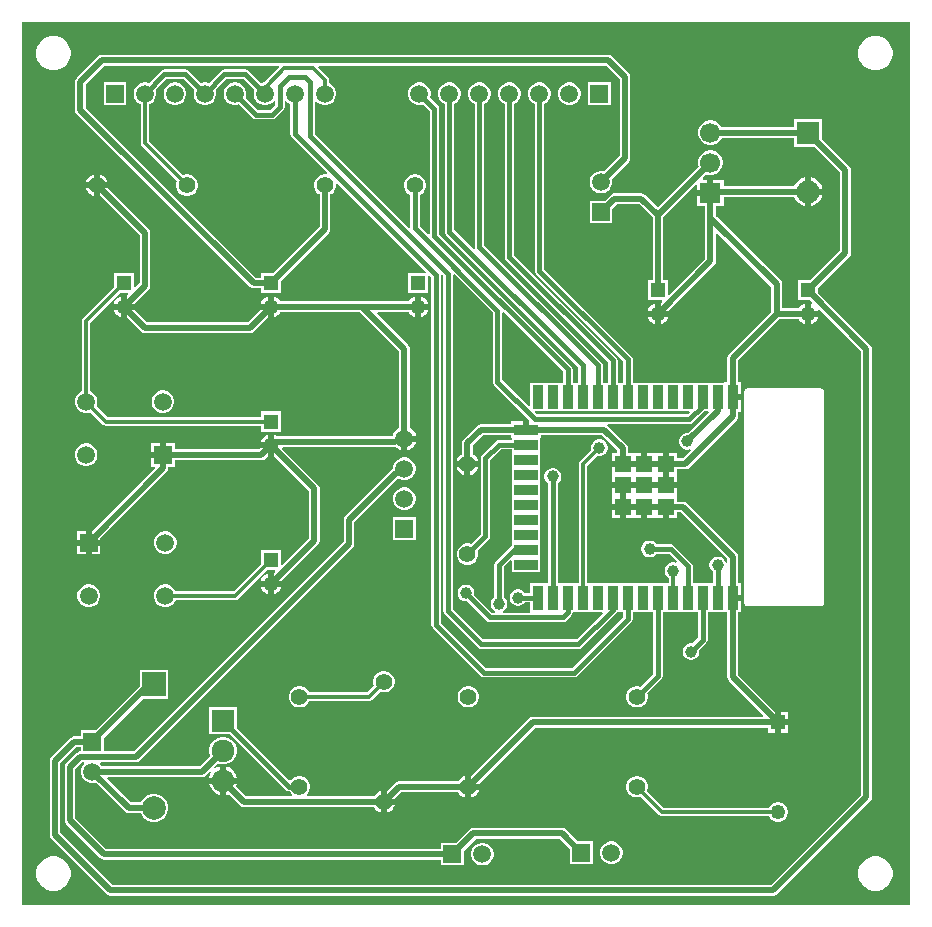
<source format=gtl>
G04*
G04 #@! TF.GenerationSoftware,Altium Limited,Altium Designer,22.4.2 (48)*
G04*
G04 Layer_Physical_Order=1*
G04 Layer_Color=255*
%FSLAX25Y25*%
%MOIN*%
G70*
G04*
G04 #@! TF.SameCoordinates,09A78814-C825-4F20-898B-51866AA435C6*
G04*
G04*
G04 #@! TF.FilePolarity,Positive*
G04*
G01*
G75*
%ADD15R,0.03543X0.07874*%
%ADD16R,0.05236X0.05236*%
%ADD17R,0.07874X0.03543*%
%ADD33R,0.04921X0.04921*%
%ADD34C,0.04921*%
%ADD36C,0.01968*%
%ADD37C,0.01500*%
%ADD38C,0.01181*%
%ADD39R,0.05118X0.05118*%
%ADD40C,0.05118*%
%ADD41C,0.05512*%
%ADD42R,0.07677X0.07677*%
%ADD43C,0.07677*%
%ADD44R,0.06693X0.06693*%
%ADD45C,0.06693*%
%ADD46R,0.05906X0.05906*%
%ADD47C,0.05906*%
%ADD48R,0.05906X0.05906*%
%ADD49R,0.07559X0.07559*%
%ADD50C,0.07559*%
%ADD51C,0.07874*%
%ADD52R,0.07874X0.07874*%
%ADD53C,0.03937*%
G36*
X296929Y571D02*
X1071D01*
Y294929D01*
X296929D01*
Y571D01*
D02*
G37*
%LPC*%
G36*
X196400Y283919D02*
X196400Y283919D01*
X27600D01*
X27600Y283919D01*
X26904Y283781D01*
X26314Y283386D01*
X26314Y283386D01*
X19214Y276286D01*
X18819Y275696D01*
X18681Y275000D01*
X18681Y275000D01*
Y265600D01*
X18681Y265600D01*
X18819Y264904D01*
X19214Y264314D01*
X76940Y206588D01*
X76940Y206588D01*
X77530Y206193D01*
X78226Y206055D01*
X80641D01*
Y204515D01*
X87359D01*
Y208660D01*
X103286Y224588D01*
X103286Y224588D01*
X103681Y225178D01*
X103819Y225874D01*
Y237444D01*
X104183Y237655D01*
X104845Y238317D01*
X105314Y239127D01*
X105556Y240032D01*
Y240968D01*
X105543Y241014D01*
X105992Y241273D01*
X135570Y211695D01*
X135379Y211233D01*
X129641D01*
Y204515D01*
X136359D01*
Y210253D01*
X136821Y210444D01*
X137420Y209845D01*
Y94000D01*
X137540Y93395D01*
X137882Y92883D01*
X153883Y76882D01*
X154395Y76540D01*
X155000Y76420D01*
X185109D01*
X185713Y76540D01*
X186226Y76882D01*
X204054Y94711D01*
X204397Y95224D01*
X204517Y95828D01*
Y98298D01*
X211357D01*
Y77592D01*
X207141Y73376D01*
X206468Y73556D01*
X205532D01*
X204627Y73314D01*
X203817Y72845D01*
X203155Y72183D01*
X202686Y71372D01*
X202444Y70468D01*
Y69532D01*
X202686Y68628D01*
X203155Y67817D01*
X203817Y67155D01*
X204627Y66686D01*
X205532Y66444D01*
X206468D01*
X207372Y66686D01*
X208183Y67155D01*
X208845Y67817D01*
X209314Y68628D01*
X209556Y69532D01*
Y70468D01*
X209376Y71141D01*
X214054Y75819D01*
X214397Y76332D01*
X214517Y76937D01*
Y98298D01*
X226357D01*
Y89638D01*
X224451Y87733D01*
X224318Y87769D01*
X223589D01*
X222885Y87580D01*
X222253Y87215D01*
X221738Y86700D01*
X221373Y86069D01*
X221185Y85365D01*
Y84636D01*
X221373Y83931D01*
X221738Y83300D01*
X222253Y82785D01*
X222885Y82420D01*
X223589Y82231D01*
X224318D01*
X225022Y82420D01*
X225653Y82785D01*
X226169Y83300D01*
X226533Y83931D01*
X226722Y84636D01*
Y85365D01*
X226686Y85498D01*
X229054Y87866D01*
X229397Y88379D01*
X229517Y88984D01*
Y98298D01*
X235165D01*
Y98098D01*
X236118D01*
Y76524D01*
X236118Y76524D01*
X236256Y75827D01*
X236651Y75237D01*
X248146Y63742D01*
X247955Y63280D01*
X171211D01*
X170514Y63141D01*
X169924Y62747D01*
X169924Y62747D01*
X150788Y43610D01*
X150750Y43620D01*
Y41000D01*
X153370D01*
X153360Y41038D01*
X171964Y59641D01*
X249539D01*
Y58000D01*
X252000D01*
Y61461D01*
Y65033D01*
X239756Y77277D01*
Y98098D01*
X240709D01*
Y102035D01*
X237937D01*
Y104035D01*
X240709D01*
Y107972D01*
X239756D01*
Y116563D01*
X239756Y116563D01*
X239618Y117259D01*
X239223Y117849D01*
X222574Y134499D01*
X221984Y134893D01*
X221287Y135032D01*
X221287Y135032D01*
X219252D01*
Y136819D01*
Y139437D01*
X215634D01*
Y141437D01*
X219252D01*
Y144043D01*
Y145842D01*
X222161D01*
X222161Y145842D01*
X222858Y145981D01*
X223448Y146375D01*
X239223Y162151D01*
X239223Y162151D01*
X239618Y162741D01*
X239756Y163437D01*
X239756Y163437D01*
Y165028D01*
X240709D01*
Y168965D01*
X237937D01*
Y170965D01*
X240709D01*
Y174902D01*
X239756D01*
Y182183D01*
X253316Y195744D01*
X259941D01*
X260152Y195378D01*
X260815Y194715D01*
X261626Y194246D01*
X262000Y194146D01*
Y197563D01*
Y200980D01*
X261626Y200880D01*
X260815Y200411D01*
X260152Y199748D01*
X259941Y199382D01*
X254382D01*
Y207437D01*
X254244Y208133D01*
X253849Y208723D01*
X253849Y208723D01*
X232319Y230254D01*
Y233653D01*
X234846D01*
Y236496D01*
X258478D01*
X258491Y236447D01*
X259128Y235344D01*
X260029Y234443D01*
X261132Y233806D01*
X262000Y233574D01*
Y238315D01*
Y243056D01*
X261132Y242824D01*
X260029Y242187D01*
X259128Y241286D01*
X258491Y240183D01*
X258478Y240134D01*
X234846D01*
Y242347D01*
X231500D01*
Y238000D01*
X230500D01*
Y237000D01*
X226153D01*
Y233653D01*
X228681D01*
Y229500D01*
X228681Y229500D01*
X228681Y229500D01*
Y215816D01*
X216821Y203957D01*
X216359Y204148D01*
Y208796D01*
X214819D01*
Y212500D01*
Y229747D01*
X225692Y240619D01*
X226153Y240427D01*
Y239000D01*
X229500D01*
Y242347D01*
X228073D01*
X227881Y242808D01*
X229144Y244071D01*
X229954Y243853D01*
X231046D01*
X232101Y244136D01*
X233046Y244682D01*
X233818Y245454D01*
X234364Y246399D01*
X234647Y247454D01*
Y248546D01*
X234364Y249601D01*
X233818Y250546D01*
X233046Y251318D01*
X232101Y251864D01*
X231046Y252147D01*
X229954D01*
X228900Y251864D01*
X227954Y251318D01*
X227182Y250546D01*
X226636Y249601D01*
X226354Y248546D01*
Y247454D01*
X226571Y246643D01*
X213000Y233073D01*
X208786Y237286D01*
X208196Y237681D01*
X207500Y237819D01*
X207500Y237819D01*
X198500D01*
X198500Y237819D01*
X197804Y237681D01*
X197214Y237286D01*
X197214Y237286D01*
X195180Y235253D01*
X190247D01*
Y227747D01*
X197753D01*
Y232680D01*
X199253Y234181D01*
X206747D01*
X211181Y229747D01*
Y212500D01*
Y208796D01*
X209641D01*
Y202078D01*
X214289D01*
X214480Y201616D01*
X214000Y201136D01*
Y198563D01*
X216573D01*
X231786Y213777D01*
X231786Y213777D01*
X232181Y214367D01*
X232319Y215063D01*
X232319Y215063D01*
Y224455D01*
X232781Y224646D01*
X250744Y206683D01*
Y198317D01*
X236651Y184223D01*
X236256Y183633D01*
X236118Y182937D01*
X236118Y182937D01*
Y174902D01*
X235165D01*
Y174702D01*
X204517D01*
Y182563D01*
X204397Y183168D01*
X204054Y183680D01*
X175080Y212655D01*
Y267579D01*
X175804Y267997D01*
X176503Y268696D01*
X176997Y269551D01*
X177253Y270506D01*
Y271494D01*
X176997Y272448D01*
X176503Y273304D01*
X175804Y274003D01*
X174949Y274497D01*
X173994Y274753D01*
X173006D01*
X172052Y274497D01*
X171196Y274003D01*
X170497Y273304D01*
X170003Y272448D01*
X169747Y271494D01*
Y270506D01*
X170003Y269551D01*
X170497Y268696D01*
X171196Y267997D01*
X171920Y267579D01*
Y212000D01*
X172040Y211395D01*
X172382Y210882D01*
X201357Y181908D01*
Y174702D01*
X199517D01*
Y182063D01*
X199397Y182668D01*
X199055Y183180D01*
X165080Y217155D01*
Y267579D01*
X165804Y267997D01*
X166503Y268696D01*
X166997Y269551D01*
X167253Y270506D01*
Y271494D01*
X166997Y272448D01*
X166503Y273304D01*
X165804Y274003D01*
X164948Y274497D01*
X163994Y274753D01*
X163006D01*
X162051Y274497D01*
X161196Y274003D01*
X160497Y273304D01*
X160003Y272448D01*
X159747Y271494D01*
Y270506D01*
X160003Y269551D01*
X160497Y268696D01*
X161196Y267997D01*
X161920Y267579D01*
Y216500D01*
X162040Y215895D01*
X162382Y215383D01*
X196357Y181408D01*
Y174702D01*
X194517D01*
Y180563D01*
X194397Y181168D01*
X194054Y181681D01*
X155080Y220655D01*
Y267579D01*
X155804Y267997D01*
X156503Y268696D01*
X156997Y269551D01*
X157253Y270506D01*
Y271494D01*
X156997Y272448D01*
X156503Y273304D01*
X155804Y274003D01*
X154948Y274497D01*
X153994Y274753D01*
X153006D01*
X152051Y274497D01*
X151196Y274003D01*
X150497Y273304D01*
X150003Y272448D01*
X149747Y271494D01*
Y270506D01*
X150003Y269551D01*
X150497Y268696D01*
X151196Y267997D01*
X151920Y267579D01*
Y220000D01*
X152040Y219395D01*
X151638Y219097D01*
X145080Y225655D01*
Y267579D01*
X145804Y267997D01*
X146503Y268696D01*
X146997Y269551D01*
X147253Y270506D01*
Y271494D01*
X146997Y272448D01*
X146503Y273304D01*
X145804Y274003D01*
X144948Y274497D01*
X143994Y274753D01*
X143006D01*
X142051Y274497D01*
X141196Y274003D01*
X140497Y273304D01*
X140003Y272448D01*
X139747Y271494D01*
Y270506D01*
X140003Y269551D01*
X140497Y268696D01*
X141196Y267997D01*
X141920Y267579D01*
Y225000D01*
X142040Y224395D01*
X142383Y223883D01*
X186357Y179908D01*
Y174702D01*
X184517D01*
Y179063D01*
X184397Y179668D01*
X184055Y180181D01*
X140080Y224155D01*
Y266000D01*
X139960Y266605D01*
X139618Y267118D01*
X137036Y269699D01*
X137253Y270506D01*
Y271494D01*
X136997Y272448D01*
X136503Y273304D01*
X135804Y274003D01*
X134949Y274497D01*
X133994Y274753D01*
X133006D01*
X132052Y274497D01*
X131196Y274003D01*
X130497Y273304D01*
X130003Y272448D01*
X129747Y271494D01*
Y270506D01*
X130003Y269551D01*
X130497Y268696D01*
X131196Y267997D01*
X132052Y267503D01*
X133006Y267247D01*
X133994D01*
X134801Y267464D01*
X136920Y265345D01*
Y224169D01*
X136458Y223977D01*
X133580Y226855D01*
Y237306D01*
X134183Y237655D01*
X134845Y238317D01*
X135314Y239127D01*
X135556Y240032D01*
Y240968D01*
X135314Y241873D01*
X134845Y242683D01*
X134183Y243345D01*
X133372Y243814D01*
X132468Y244056D01*
X131532D01*
X130628Y243814D01*
X129817Y243345D01*
X129155Y242683D01*
X128686Y241873D01*
X128444Y240968D01*
Y240032D01*
X128686Y239127D01*
X129155Y238317D01*
X129817Y237655D01*
X130420Y237306D01*
Y226522D01*
X129920Y226315D01*
X98580Y257655D01*
Y268495D01*
X99080Y268612D01*
X99696Y267997D01*
X100551Y267503D01*
X101506Y267247D01*
X102494D01*
X103448Y267503D01*
X104304Y267997D01*
X105003Y268696D01*
X105497Y269551D01*
X105753Y270506D01*
Y271494D01*
X105497Y272448D01*
X105003Y273304D01*
X104304Y274003D01*
X103448Y274497D01*
X103418Y274505D01*
Y275500D01*
X103310Y276043D01*
X103003Y276502D01*
X99686Y279819D01*
X99878Y280281D01*
X195647D01*
X200181Y275746D01*
Y250254D01*
X195035Y245108D01*
X194494Y245253D01*
X193506D01*
X192552Y244997D01*
X191696Y244503D01*
X190997Y243804D01*
X190503Y242949D01*
X190247Y241994D01*
Y241006D01*
X190503Y240052D01*
X190997Y239196D01*
X191696Y238497D01*
X192552Y238003D01*
X193506Y237747D01*
X194494D01*
X195449Y238003D01*
X196304Y238497D01*
X197003Y239196D01*
X197497Y240052D01*
X197753Y241006D01*
Y241994D01*
X197608Y242535D01*
X203286Y248214D01*
X203286Y248214D01*
X203681Y248804D01*
X203819Y249500D01*
X203819Y249500D01*
Y276500D01*
X203819Y276500D01*
X203681Y277196D01*
X203286Y277786D01*
X203286Y277786D01*
X197686Y283386D01*
X197096Y283781D01*
X196400Y283919D01*
D02*
G37*
G36*
X286253Y290221D02*
X284747D01*
X283292Y289831D01*
X281987Y289078D01*
X280922Y288013D01*
X280169Y286708D01*
X279779Y285253D01*
Y283747D01*
X280169Y282292D01*
X280922Y280987D01*
X281987Y279922D01*
X283292Y279169D01*
X284747Y278779D01*
X286253D01*
X287708Y279169D01*
X289013Y279922D01*
X290078Y280987D01*
X290831Y282292D01*
X291221Y283747D01*
Y285253D01*
X290831Y286708D01*
X290078Y288013D01*
X289013Y289078D01*
X287708Y289831D01*
X286253Y290221D01*
D02*
G37*
G36*
X12253D02*
X10747D01*
X9292Y289831D01*
X7987Y289078D01*
X6922Y288013D01*
X6169Y286708D01*
X5779Y285253D01*
Y283747D01*
X6169Y282292D01*
X6922Y280987D01*
X7987Y279922D01*
X9292Y279169D01*
X10747Y278779D01*
X12253D01*
X13708Y279169D01*
X15013Y279922D01*
X16078Y280987D01*
X16831Y282292D01*
X17221Y283747D01*
Y285253D01*
X16831Y286708D01*
X16078Y288013D01*
X15013Y289078D01*
X13708Y289831D01*
X12253Y290221D01*
D02*
G37*
G36*
X197253Y274753D02*
X189747D01*
Y267247D01*
X197253D01*
Y274753D01*
D02*
G37*
G36*
X183994D02*
X183006D01*
X182052Y274497D01*
X181196Y274003D01*
X180497Y273304D01*
X180003Y272448D01*
X179747Y271494D01*
Y270506D01*
X180003Y269551D01*
X180497Y268696D01*
X181196Y267997D01*
X182052Y267503D01*
X183006Y267247D01*
X183994D01*
X184949Y267503D01*
X185804Y267997D01*
X186503Y268696D01*
X186997Y269551D01*
X187253Y270506D01*
Y271494D01*
X186997Y272448D01*
X186503Y273304D01*
X185804Y274003D01*
X184949Y274497D01*
X183994Y274753D01*
D02*
G37*
G36*
X267639Y262639D02*
X258361D01*
Y259819D01*
X234238D01*
X233818Y260546D01*
X233046Y261318D01*
X232101Y261864D01*
X231046Y262146D01*
X229954D01*
X228900Y261864D01*
X227954Y261318D01*
X227182Y260546D01*
X226636Y259600D01*
X226354Y258546D01*
Y257454D01*
X226636Y256399D01*
X227182Y255454D01*
X227954Y254682D01*
X228900Y254136D01*
X229954Y253854D01*
X231046D01*
X232101Y254136D01*
X233046Y254682D01*
X233818Y255454D01*
X234238Y256181D01*
X258361D01*
Y253361D01*
X265066D01*
X273681Y244746D01*
Y218690D01*
X263786Y208796D01*
X259641D01*
Y202078D01*
X263786D01*
X264501Y201363D01*
X264242Y200915D01*
X264000Y200980D01*
Y198563D01*
X266417D01*
X266352Y198805D01*
X266800Y199064D01*
X280681Y185184D01*
Y37254D01*
X250746Y7319D01*
X31254D01*
X13819Y24754D01*
Y47746D01*
X19253Y53181D01*
X20747D01*
Y52210D01*
X20500Y51819D01*
X19804Y51681D01*
X19214Y51286D01*
X19214Y51286D01*
X15714Y47786D01*
X15319Y47196D01*
X15181Y46500D01*
X15181Y46500D01*
Y28800D01*
X15181Y28800D01*
X15319Y28104D01*
X15714Y27514D01*
X27014Y16214D01*
X27014Y16214D01*
X27604Y15819D01*
X28300Y15681D01*
X140747D01*
Y13747D01*
X148253D01*
Y18680D01*
X152253Y22681D01*
X180246D01*
X183747Y19180D01*
Y14247D01*
X191253D01*
Y21753D01*
X186320D01*
X182286Y25786D01*
X181696Y26181D01*
X181000Y26319D01*
X181000Y26319D01*
X151500D01*
X150804Y26181D01*
X150214Y25786D01*
X150214Y25786D01*
X145680Y21253D01*
X140747D01*
Y19319D01*
X29054D01*
X18819Y29554D01*
Y45746D01*
X21204Y48132D01*
X21639Y48084D01*
X21819Y47626D01*
X21497Y47304D01*
X21003Y46448D01*
X20747Y45494D01*
Y44506D01*
X21003Y43551D01*
X21497Y42696D01*
X22196Y41997D01*
X23052Y41503D01*
X24006Y41247D01*
X24994D01*
X25535Y41392D01*
X35304Y31623D01*
X35894Y31229D01*
X36591Y31090D01*
X36591Y31090D01*
X40583D01*
X40586Y31081D01*
X41209Y30001D01*
X42091Y29119D01*
X43172Y28495D01*
X44376Y28172D01*
X45624D01*
X46828Y28495D01*
X47909Y29119D01*
X48791Y30001D01*
X49414Y31081D01*
X49737Y32286D01*
Y33533D01*
X49414Y34738D01*
X48791Y35818D01*
X47909Y36700D01*
X46828Y37324D01*
X45624Y37646D01*
X44376D01*
X43172Y37324D01*
X42091Y36700D01*
X41209Y35818D01*
X40586Y34738D01*
X40583Y34729D01*
X37344D01*
X29354Y42719D01*
X29545Y43181D01*
X61000D01*
X61000Y43181D01*
X61696Y43319D01*
X62286Y43714D01*
X63722Y45149D01*
X64122Y44842D01*
X63546Y43845D01*
X63320Y43000D01*
X67000D01*
Y46680D01*
X66155Y46454D01*
X65158Y45878D01*
X64851Y46278D01*
X66290Y47717D01*
X67397Y47420D01*
X68603D01*
X69768Y47732D01*
X70812Y48335D01*
X71665Y49188D01*
X72267Y50232D01*
X72579Y51397D01*
Y52603D01*
X72267Y53768D01*
X71665Y54812D01*
X70812Y55664D01*
X69768Y56267D01*
X68603Y56580D01*
X67397D01*
X66232Y56267D01*
X65188Y55664D01*
X64336Y54812D01*
X63733Y53768D01*
X63420Y52603D01*
Y51397D01*
X63717Y50290D01*
X60246Y46819D01*
X27783D01*
X27503Y47304D01*
X27126Y47681D01*
X27334Y48181D01*
X39000D01*
X39000Y48181D01*
X39696Y48319D01*
X40286Y48714D01*
X111286Y119714D01*
X111286Y119714D01*
X111681Y120304D01*
X111819Y121000D01*
Y128246D01*
X126375Y142803D01*
X126492Y142826D01*
X127051Y142503D01*
X128006Y142247D01*
X128994D01*
X129948Y142503D01*
X130804Y142997D01*
X131503Y143696D01*
X131997Y144552D01*
X132253Y145506D01*
Y146494D01*
X131997Y147449D01*
X131503Y148304D01*
X130804Y149003D01*
X129948Y149497D01*
X128994Y149753D01*
X128006D01*
X127051Y149497D01*
X126196Y149003D01*
X125497Y148304D01*
X125003Y147449D01*
X124747Y146494D01*
Y146157D01*
X124256Y145829D01*
X124256Y145829D01*
X108714Y130286D01*
X108319Y129696D01*
X108181Y129000D01*
X108181Y129000D01*
Y121754D01*
X38246Y51819D01*
X28253D01*
Y56278D01*
X41328Y69354D01*
X49737D01*
Y78828D01*
X40263D01*
Y73434D01*
X25582Y58753D01*
X20747D01*
Y56819D01*
X18500D01*
X18500Y56819D01*
X17804Y56681D01*
X17214Y56286D01*
X17214Y56286D01*
X10714Y49786D01*
X10319Y49196D01*
X10181Y48500D01*
X10181Y48500D01*
Y24000D01*
X10181Y24000D01*
X10319Y23304D01*
X10714Y22714D01*
X29214Y4214D01*
X29214Y4214D01*
X29804Y3819D01*
X30500Y3681D01*
X30500Y3681D01*
X251500D01*
X251500Y3681D01*
X252196Y3819D01*
X252786Y4214D01*
X283786Y35214D01*
X284181Y35804D01*
X284319Y36500D01*
X284319Y36500D01*
Y185937D01*
X284181Y186633D01*
X283786Y187223D01*
X283786Y187223D01*
X266359Y204651D01*
Y206223D01*
X276786Y216651D01*
X277181Y217241D01*
X277319Y217937D01*
X277319Y217937D01*
Y245500D01*
X277319Y245500D01*
X277181Y246196D01*
X276786Y246786D01*
X267639Y255934D01*
Y262639D01*
D02*
G37*
G36*
X27000Y244120D02*
Y241500D01*
X29620D01*
X29500Y241950D01*
X29006Y242806D01*
X28306Y243506D01*
X27450Y244000D01*
X27000Y244120D01*
D02*
G37*
G36*
X25000D02*
X24550Y244000D01*
X23694Y243506D01*
X22995Y242806D01*
X22500Y241950D01*
X22380Y241500D01*
X25000D01*
Y244120D01*
D02*
G37*
G36*
X264000Y243056D02*
Y239315D01*
X267741D01*
X267509Y240183D01*
X266872Y241286D01*
X265971Y242187D01*
X264868Y242824D01*
X264000Y243056D01*
D02*
G37*
G36*
X25000Y239500D02*
X22380D01*
X22500Y239050D01*
X22995Y238194D01*
X23694Y237494D01*
X24550Y237000D01*
X25000Y236880D01*
Y239500D01*
D02*
G37*
G36*
X267741Y237315D02*
X264000D01*
Y233574D01*
X264868Y233806D01*
X265971Y234443D01*
X266872Y235344D01*
X267509Y236447D01*
X267741Y237315D01*
D02*
G37*
G36*
X29620Y239500D02*
X27000D01*
Y236880D01*
X27038Y236890D01*
X40181Y223746D01*
Y207753D01*
X38821Y206394D01*
X38359Y206585D01*
Y211233D01*
X31641D01*
Y206520D01*
X21348Y196227D01*
X21041Y195767D01*
X20933Y195224D01*
Y171863D01*
X20902Y171855D01*
X20046Y171361D01*
X19347Y170662D01*
X18853Y169807D01*
X18598Y168852D01*
Y167864D01*
X18853Y166910D01*
X19347Y166054D01*
X20046Y165355D01*
X20902Y164861D01*
X21856Y164605D01*
X22844D01*
X23799Y164861D01*
X23826Y164877D01*
X28019Y160685D01*
X28479Y160377D01*
X29022Y160269D01*
X80641D01*
Y158328D01*
X87359D01*
Y165046D01*
X80641D01*
Y163105D01*
X29609D01*
X25831Y166882D01*
X25847Y166910D01*
X26103Y167864D01*
Y168852D01*
X25847Y169807D01*
X25353Y170662D01*
X24655Y171361D01*
X23799Y171855D01*
X23768Y171863D01*
Y194637D01*
X33646Y204515D01*
X36289D01*
X36480Y204053D01*
X36000Y203573D01*
Y201000D01*
X38573D01*
X43286Y205714D01*
X43286Y205714D01*
X43681Y206304D01*
X43819Y207000D01*
Y224500D01*
X43819Y224500D01*
X43681Y225196D01*
X43286Y225786D01*
X43286Y225786D01*
X29610Y239462D01*
X29620Y239500D01*
D02*
G37*
G36*
X134000Y203417D02*
Y201000D01*
X136417D01*
X136317Y201374D01*
X135848Y202185D01*
X135185Y202848D01*
X134374Y203316D01*
X134000Y203417D01*
D02*
G37*
G36*
X83000D02*
X82626Y203316D01*
X81815Y202848D01*
X81152Y202185D01*
X80683Y201374D01*
X80583Y201000D01*
X83000D01*
Y203417D01*
D02*
G37*
G36*
X34000D02*
X33626Y203316D01*
X32815Y202848D01*
X32152Y202185D01*
X31683Y201374D01*
X31583Y201000D01*
X34000D01*
Y203417D01*
D02*
G37*
G36*
X212000Y200980D02*
X211626Y200880D01*
X210815Y200411D01*
X210152Y199748D01*
X209683Y198937D01*
X209583Y198563D01*
X212000D01*
Y200980D01*
D02*
G37*
G36*
X136417Y199000D02*
X134000D01*
Y196583D01*
X134374Y196684D01*
X135185Y197152D01*
X135848Y197815D01*
X136317Y198626D01*
X136417Y199000D01*
D02*
G37*
G36*
X85000Y203417D02*
Y200000D01*
Y196583D01*
X85374Y196684D01*
X86185Y197152D01*
X86848Y197815D01*
X87059Y198181D01*
X113747D01*
X126681Y185247D01*
Y159514D01*
X126073Y159163D01*
X125337Y158427D01*
X124817Y157526D01*
X124627Y156819D01*
X86039D01*
X85944Y156800D01*
X85374Y157130D01*
X85000Y157230D01*
Y153813D01*
Y150240D01*
X96581Y138660D01*
Y122780D01*
X87821Y114020D01*
X87359Y114211D01*
Y118859D01*
X80641D01*
Y114146D01*
X71554Y105060D01*
X52300D01*
X52292Y105090D01*
X51798Y105946D01*
X51099Y106645D01*
X50244Y107139D01*
X49289Y107395D01*
X48301D01*
X47347Y107139D01*
X46491Y106645D01*
X45792Y105946D01*
X45298Y105090D01*
X45042Y104136D01*
Y103148D01*
X45298Y102193D01*
X45792Y101338D01*
X46491Y100639D01*
X47347Y100145D01*
X48301Y99889D01*
X49289D01*
X50244Y100145D01*
X51099Y100639D01*
X51798Y101338D01*
X52292Y102193D01*
X52300Y102224D01*
X72142D01*
X72684Y102332D01*
X73144Y102639D01*
X82646Y112141D01*
X85289D01*
X85480Y111679D01*
X85000Y111199D01*
Y108626D01*
X87573D01*
X99686Y120740D01*
X99686Y120740D01*
X100081Y121330D01*
X100219Y122026D01*
X100219Y122026D01*
Y139413D01*
X100219Y139413D01*
X100081Y140109D01*
X99686Y140699D01*
X99686Y140699D01*
X87705Y152681D01*
X87912Y153181D01*
X125378D01*
X125378Y153181D01*
X125671Y153239D01*
X126073Y152837D01*
X126974Y152317D01*
X127500Y152176D01*
Y156000D01*
X128500D01*
Y157000D01*
X132324D01*
X132183Y157526D01*
X131663Y158427D01*
X130927Y159163D01*
X130319Y159514D01*
Y186000D01*
X130319Y186000D01*
X130181Y186696D01*
X129786Y187286D01*
X119354Y197719D01*
X119545Y198181D01*
X129941D01*
X130152Y197815D01*
X130815Y197152D01*
X131626Y196684D01*
X132000Y196583D01*
Y200000D01*
Y203417D01*
X131626Y203316D01*
X130815Y202848D01*
X130152Y202185D01*
X129941Y201819D01*
X114500D01*
X114500Y201819D01*
X114500Y201819D01*
X87059D01*
X86848Y202185D01*
X86185Y202848D01*
X85374Y203316D01*
X85000Y203417D01*
D02*
G37*
G36*
X34000Y199000D02*
X31583D01*
X31683Y198626D01*
X32152Y197815D01*
X32815Y197152D01*
X33626Y196684D01*
X34000Y196583D01*
Y199000D01*
D02*
G37*
G36*
X266417Y196563D02*
X264000D01*
Y194146D01*
X264374Y194246D01*
X265185Y194715D01*
X265848Y195378D01*
X266317Y196189D01*
X266417Y196563D01*
D02*
G37*
G36*
X216417D02*
X214000D01*
Y194146D01*
X214374Y194246D01*
X215185Y194715D01*
X215848Y195378D01*
X216317Y196189D01*
X216417Y196563D01*
D02*
G37*
G36*
X212000D02*
X209583D01*
X209683Y196189D01*
X210152Y195378D01*
X210815Y194715D01*
X211626Y194246D01*
X212000Y194146D01*
Y196563D01*
D02*
G37*
G36*
X38573Y199000D02*
X36000D01*
Y196427D01*
X40714Y191714D01*
X40714Y191714D01*
X41304Y191319D01*
X42000Y191181D01*
X77000D01*
X77000Y191181D01*
X77696Y191319D01*
X78286Y191714D01*
X83000Y196427D01*
Y199000D01*
X80427D01*
X76247Y194819D01*
X42753D01*
X38573Y199000D01*
D02*
G37*
G36*
X48435Y172111D02*
X47447D01*
X46492Y171855D01*
X45637Y171361D01*
X44938Y170662D01*
X44444Y169807D01*
X44188Y168852D01*
Y167864D01*
X44444Y166910D01*
X44938Y166054D01*
X45637Y165355D01*
X46492Y164861D01*
X47447Y164605D01*
X48435D01*
X49389Y164861D01*
X50245Y165355D01*
X50944Y166054D01*
X51438Y166910D01*
X51694Y167864D01*
Y168852D01*
X51438Y169807D01*
X50944Y170662D01*
X50245Y171361D01*
X49389Y171855D01*
X48435Y172111D01*
D02*
G37*
G36*
X83000Y157230D02*
X82626Y157130D01*
X81815Y156661D01*
X81152Y155998D01*
X80683Y155187D01*
X80583Y154813D01*
X83000D01*
Y157230D01*
D02*
G37*
G36*
X132324Y155000D02*
X129500D01*
Y152176D01*
X130026Y152317D01*
X130927Y152837D01*
X131663Y153573D01*
X132183Y154474D01*
X132324Y155000D01*
D02*
G37*
G36*
X46941Y154595D02*
X43988D01*
Y151642D01*
X46941D01*
Y154595D01*
D02*
G37*
G36*
X51894D02*
X48941D01*
Y150642D01*
X47941D01*
Y149642D01*
X43988D01*
Y146689D01*
X45309D01*
X45501Y146227D01*
X24585Y125311D01*
X24205D01*
Y122358D01*
X27158D01*
Y122738D01*
X49227Y144808D01*
X49227Y144808D01*
X49622Y145398D01*
X49760Y146095D01*
X49760Y146095D01*
Y146689D01*
X51894D01*
Y148823D01*
X80829D01*
X80829Y148823D01*
X81525Y148961D01*
X82115Y149355D01*
X83000Y150240D01*
Y152813D01*
X80427D01*
X80075Y152461D01*
X51894D01*
Y154595D01*
D02*
G37*
G36*
X22844Y154395D02*
X21856D01*
X20902Y154139D01*
X20046Y153645D01*
X19347Y152946D01*
X18853Y152090D01*
X18598Y151136D01*
Y150148D01*
X18853Y149193D01*
X19347Y148338D01*
X20046Y147639D01*
X20902Y147145D01*
X21856Y146889D01*
X22844D01*
X23799Y147145D01*
X24655Y147639D01*
X25353Y148338D01*
X25847Y149193D01*
X26103Y150148D01*
Y151136D01*
X25847Y152090D01*
X25353Y152946D01*
X24655Y153645D01*
X23799Y154139D01*
X22844Y154395D01*
D02*
G37*
G36*
X128994Y139753D02*
X128006D01*
X127051Y139497D01*
X126196Y139003D01*
X125497Y138304D01*
X125003Y137449D01*
X124747Y136494D01*
Y135506D01*
X125003Y134552D01*
X125497Y133696D01*
X126196Y132997D01*
X127051Y132503D01*
X128006Y132247D01*
X128994D01*
X129948Y132503D01*
X130804Y132997D01*
X131503Y133696D01*
X131997Y134552D01*
X132253Y135506D01*
Y136494D01*
X131997Y137449D01*
X131503Y138304D01*
X130804Y139003D01*
X129948Y139497D01*
X128994Y139753D01*
D02*
G37*
G36*
X22205Y125311D02*
X19252D01*
Y122358D01*
X22205D01*
Y125311D01*
D02*
G37*
G36*
X132253Y129753D02*
X124747D01*
Y122247D01*
X132253D01*
Y129753D01*
D02*
G37*
G36*
X49289Y125111D02*
X48301D01*
X47347Y124855D01*
X46491Y124361D01*
X45792Y123662D01*
X45298Y122807D01*
X45042Y121852D01*
Y120864D01*
X45298Y119910D01*
X45792Y119054D01*
X46491Y118355D01*
X47347Y117861D01*
X48301Y117605D01*
X49289D01*
X50244Y117861D01*
X51099Y118355D01*
X51798Y119054D01*
X52292Y119910D01*
X52548Y120864D01*
Y121852D01*
X52292Y122807D01*
X51798Y123662D01*
X51099Y124361D01*
X50244Y124855D01*
X49289Y125111D01*
D02*
G37*
G36*
X27158Y120358D02*
X24205D01*
Y117405D01*
X27158D01*
Y120358D01*
D02*
G37*
G36*
X22205D02*
X19252D01*
Y117405D01*
X22205D01*
Y120358D01*
D02*
G37*
G36*
X83000Y111043D02*
X82626Y110942D01*
X81815Y110474D01*
X81152Y109811D01*
X80683Y109000D01*
X80583Y108626D01*
X83000D01*
Y111043D01*
D02*
G37*
G36*
X87417Y106626D02*
X85000D01*
Y104209D01*
X85374Y104309D01*
X86185Y104778D01*
X86848Y105441D01*
X87317Y106252D01*
X87417Y106626D01*
D02*
G37*
G36*
X83000D02*
X80583D01*
X80683Y106252D01*
X81152Y105441D01*
X81815Y104778D01*
X82626Y104309D01*
X83000Y104209D01*
Y106626D01*
D02*
G37*
G36*
X267425Y172749D02*
X242622D01*
X242310Y172687D01*
X242045Y172510D01*
X241869Y172245D01*
X241807Y171933D01*
Y101067D01*
X241869Y100755D01*
X242045Y100490D01*
X242310Y100313D01*
X242622Y100251D01*
X267425D01*
X267737Y100313D01*
X268002Y100490D01*
X268179Y100755D01*
X268241Y101067D01*
Y171933D01*
X268179Y172245D01*
X268002Y172510D01*
X267737Y172687D01*
X267425Y172749D01*
D02*
G37*
G36*
X23699Y107395D02*
X22711D01*
X21756Y107139D01*
X20901Y106645D01*
X20202Y105946D01*
X19708Y105090D01*
X19452Y104136D01*
Y103148D01*
X19708Y102193D01*
X20202Y101338D01*
X20901Y100639D01*
X21756Y100145D01*
X22711Y99889D01*
X23699D01*
X24653Y100145D01*
X25509Y100639D01*
X26208Y101338D01*
X26702Y102193D01*
X26957Y103148D01*
Y104136D01*
X26702Y105090D01*
X26208Y105946D01*
X25509Y106645D01*
X24653Y107139D01*
X23699Y107395D01*
D02*
G37*
G36*
X122093Y78556D02*
X121157D01*
X120253Y78314D01*
X119442Y77845D01*
X118780Y77183D01*
X118311Y76372D01*
X118069Y75468D01*
Y74532D01*
X118298Y73678D01*
X116038Y71418D01*
X96787D01*
X96345Y72183D01*
X95683Y72845D01*
X94872Y73314D01*
X93968Y73556D01*
X93032D01*
X92128Y73314D01*
X91317Y72845D01*
X90655Y72183D01*
X90186Y71372D01*
X89944Y70468D01*
Y69532D01*
X90186Y68628D01*
X90655Y67817D01*
X91317Y67155D01*
X92128Y66686D01*
X93032Y66444D01*
X93968D01*
X94872Y66686D01*
X95683Y67155D01*
X96345Y67817D01*
X96787Y68582D01*
X116625D01*
X117168Y68690D01*
X117628Y68998D01*
X120303Y71673D01*
X121157Y71444D01*
X122093D01*
X122997Y71686D01*
X123808Y72155D01*
X124470Y72817D01*
X124939Y73628D01*
X125181Y74532D01*
Y75468D01*
X124939Y76372D01*
X124470Y77183D01*
X123808Y77845D01*
X122997Y78314D01*
X122093Y78556D01*
D02*
G37*
G36*
X150218Y73556D02*
X149282D01*
X148378Y73314D01*
X147567Y72845D01*
X146905Y72183D01*
X146436Y71372D01*
X146194Y70468D01*
Y69532D01*
X146436Y68628D01*
X146905Y67817D01*
X147567Y67155D01*
X148378Y66686D01*
X149282Y66444D01*
X150218D01*
X151122Y66686D01*
X151933Y67155D01*
X152595Y67817D01*
X153064Y68628D01*
X153306Y69532D01*
Y70468D01*
X153064Y71372D01*
X152595Y72183D01*
X151933Y72845D01*
X151122Y73314D01*
X150218Y73556D01*
D02*
G37*
G36*
X256461Y64921D02*
X254000D01*
Y62461D01*
X256461D01*
Y64921D01*
D02*
G37*
G36*
Y60461D02*
X254000D01*
Y58000D01*
X256461D01*
Y60461D01*
D02*
G37*
G36*
X69000Y46680D02*
Y43000D01*
X72680D01*
X72454Y43845D01*
X71825Y44935D01*
X70935Y45825D01*
X69845Y46454D01*
X69000Y46680D01*
D02*
G37*
G36*
X148750Y43620D02*
X148300Y43500D01*
X147444Y43005D01*
X146745Y42306D01*
X146463Y41819D01*
X126625D01*
X126625Y41819D01*
X125929Y41681D01*
X125339Y41286D01*
X125339Y41286D01*
X122663Y38610D01*
X122625Y38620D01*
Y36000D01*
X125245D01*
X125235Y36038D01*
X127378Y38181D01*
X146463D01*
X146745Y37694D01*
X147444Y36994D01*
X148300Y36500D01*
X148750Y36380D01*
Y40000D01*
Y43620D01*
D02*
G37*
G36*
X67000Y41000D02*
X63320D01*
X63546Y40155D01*
X64175Y39065D01*
X65065Y38175D01*
X66155Y37546D01*
X67000Y37320D01*
Y41000D01*
D02*
G37*
G36*
X72579Y66580D02*
X63420D01*
Y57420D01*
X70345D01*
X88882Y38882D01*
X89395Y38540D01*
X90000Y38420D01*
X90306D01*
X90655Y37817D01*
X91152Y37319D01*
X90945Y36819D01*
X75753D01*
X72440Y40132D01*
X72454Y40155D01*
X72680Y41000D01*
X69000D01*
Y37320D01*
X69845Y37546D01*
X69868Y37559D01*
X73714Y33714D01*
X73714Y33714D01*
X74304Y33319D01*
X75000Y33181D01*
X118338D01*
X118620Y32694D01*
X119319Y31995D01*
X120175Y31500D01*
X120625Y31380D01*
Y35000D01*
Y38620D01*
X120175Y38500D01*
X119319Y38006D01*
X118620Y37306D01*
X118338Y36819D01*
X96055D01*
X95848Y37319D01*
X96345Y37817D01*
X96814Y38627D01*
X97056Y39532D01*
Y40468D01*
X96814Y41372D01*
X96345Y42183D01*
X95683Y42845D01*
X94872Y43314D01*
X93968Y43556D01*
X93032D01*
X92128Y43314D01*
X91317Y42845D01*
X90655Y42183D01*
X90639Y42157D01*
X90144Y42092D01*
X72579Y59655D01*
Y66580D01*
D02*
G37*
G36*
X153370Y39000D02*
X150750D01*
Y36380D01*
X151200Y36500D01*
X152056Y36994D01*
X152755Y37694D01*
X153250Y38550D01*
X153370Y39000D01*
D02*
G37*
G36*
X125245Y34000D02*
X122625D01*
Y31380D01*
X123075Y31500D01*
X123931Y31995D01*
X124630Y32694D01*
X125125Y33550D01*
X125245Y34000D01*
D02*
G37*
G36*
X206468Y43556D02*
X205532D01*
X204627Y43314D01*
X203817Y42845D01*
X203155Y42183D01*
X202686Y41372D01*
X202444Y40468D01*
Y39532D01*
X202686Y38627D01*
X203155Y37817D01*
X203817Y37155D01*
X204627Y36686D01*
X205532Y36444D01*
X206468D01*
X207322Y36673D01*
X213458Y30537D01*
X213918Y30229D01*
X214461Y30122D01*
X250054D01*
X250391Y29537D01*
X250998Y28930D01*
X251741Y28501D01*
X252571Y28279D01*
X253429D01*
X254259Y28501D01*
X255002Y28930D01*
X255609Y29537D01*
X256038Y30281D01*
X256261Y31110D01*
Y31969D01*
X256038Y32798D01*
X255609Y33542D01*
X255002Y34149D01*
X254259Y34578D01*
X253429Y34800D01*
X252571D01*
X251741Y34578D01*
X250998Y34149D01*
X250391Y33542D01*
X250054Y32957D01*
X215048D01*
X209327Y38678D01*
X209556Y39532D01*
Y40468D01*
X209314Y41372D01*
X208845Y42183D01*
X208183Y42845D01*
X207372Y43314D01*
X206468Y43556D01*
D02*
G37*
G36*
X197994Y21753D02*
X197006D01*
X196052Y21497D01*
X195196Y21003D01*
X194497Y20304D01*
X194003Y19448D01*
X193747Y18494D01*
Y17506D01*
X194003Y16552D01*
X194497Y15696D01*
X195196Y14997D01*
X196052Y14503D01*
X197006Y14247D01*
X197994D01*
X198949Y14503D01*
X199804Y14997D01*
X200503Y15696D01*
X200997Y16552D01*
X201253Y17506D01*
Y18494D01*
X200997Y19448D01*
X200503Y20304D01*
X199804Y21003D01*
X198949Y21497D01*
X197994Y21753D01*
D02*
G37*
G36*
X154994Y21253D02*
X154006D01*
X153051Y20997D01*
X152196Y20503D01*
X151497Y19804D01*
X151003Y18948D01*
X150747Y17994D01*
Y17006D01*
X151003Y16051D01*
X151497Y15196D01*
X152196Y14497D01*
X153051Y14003D01*
X154006Y13747D01*
X154994D01*
X155948Y14003D01*
X156804Y14497D01*
X157503Y15196D01*
X157997Y16051D01*
X158253Y17006D01*
Y17994D01*
X157997Y18948D01*
X157503Y19804D01*
X156804Y20503D01*
X155948Y20997D01*
X154994Y21253D01*
D02*
G37*
G36*
X286253Y16721D02*
X284747D01*
X283292Y16331D01*
X281987Y15578D01*
X280922Y14513D01*
X280169Y13208D01*
X279779Y11753D01*
Y10247D01*
X280169Y8792D01*
X280922Y7487D01*
X281987Y6422D01*
X283292Y5669D01*
X284747Y5279D01*
X286253D01*
X287708Y5669D01*
X289013Y6422D01*
X290078Y7487D01*
X290831Y8792D01*
X291221Y10247D01*
Y11753D01*
X290831Y13208D01*
X290078Y14513D01*
X289013Y15578D01*
X287708Y16331D01*
X286253Y16721D01*
D02*
G37*
G36*
X12253D02*
X10747D01*
X9292Y16331D01*
X7987Y15578D01*
X6922Y14513D01*
X6169Y13208D01*
X5779Y11753D01*
Y10247D01*
X6169Y8792D01*
X6922Y7487D01*
X7987Y6422D01*
X9292Y5669D01*
X10747Y5279D01*
X12253D01*
X13708Y5669D01*
X15013Y6422D01*
X16078Y7487D01*
X16831Y8792D01*
X17221Y10247D01*
Y11753D01*
X16831Y13208D01*
X16078Y14513D01*
X15013Y15578D01*
X13708Y16331D01*
X12253Y16721D01*
D02*
G37*
%LPD*%
G36*
X86814Y279819D02*
X81902Y274906D01*
X81799Y274753D01*
X81506D01*
X80699Y274536D01*
X76617Y278618D01*
X76105Y278960D01*
X75500Y279080D01*
X68500D01*
X67895Y278960D01*
X67383Y278618D01*
X63301Y274536D01*
X62494Y274753D01*
X61506D01*
X60699Y274536D01*
X56617Y278618D01*
X56105Y278960D01*
X55500Y279080D01*
X48500D01*
X47895Y278960D01*
X47383Y278618D01*
X43301Y274536D01*
X42494Y274753D01*
X41506D01*
X40551Y274497D01*
X39696Y274003D01*
X38997Y273304D01*
X38503Y272448D01*
X38247Y271494D01*
Y270506D01*
X38503Y269551D01*
X38997Y268696D01*
X39696Y267997D01*
X40551Y267503D01*
X40582Y267495D01*
Y254500D01*
X40690Y253957D01*
X40997Y253498D01*
X52673Y241822D01*
X52444Y240968D01*
Y240032D01*
X52686Y239127D01*
X53155Y238317D01*
X53817Y237655D01*
X54628Y237186D01*
X55532Y236944D01*
X56468D01*
X57372Y237186D01*
X58183Y237655D01*
X58845Y238317D01*
X59314Y239127D01*
X59556Y240032D01*
Y240968D01*
X59314Y241873D01*
X58845Y242683D01*
X58183Y243345D01*
X57372Y243814D01*
X56468Y244056D01*
X55532D01*
X54678Y243827D01*
X43418Y255087D01*
Y267495D01*
X43448Y267503D01*
X44304Y267997D01*
X45003Y268696D01*
X45497Y269551D01*
X45753Y270506D01*
Y271494D01*
X45536Y272301D01*
X49155Y275920D01*
X54845D01*
X58464Y272301D01*
X58247Y271494D01*
Y270506D01*
X58503Y269551D01*
X58997Y268696D01*
X59696Y267997D01*
X60552Y267503D01*
X61506Y267247D01*
X62494D01*
X63449Y267503D01*
X64304Y267997D01*
X65003Y268696D01*
X65497Y269551D01*
X65753Y270506D01*
Y271494D01*
X65536Y272301D01*
X69155Y275920D01*
X74845D01*
X78464Y272301D01*
X78247Y271494D01*
Y270506D01*
X78503Y269551D01*
X78997Y268696D01*
X79696Y267997D01*
X80551Y267503D01*
X81506Y267247D01*
X82494D01*
X83448Y267503D01*
X84304Y267997D01*
X84920Y268612D01*
X85420Y268495D01*
Y267155D01*
X83845Y265580D01*
X79655D01*
X75536Y269699D01*
X75753Y270506D01*
Y271494D01*
X75497Y272448D01*
X75003Y273304D01*
X74304Y274003D01*
X73448Y274497D01*
X72494Y274753D01*
X71506D01*
X70552Y274497D01*
X69696Y274003D01*
X68997Y273304D01*
X68503Y272448D01*
X68247Y271494D01*
Y270506D01*
X68503Y269551D01*
X68997Y268696D01*
X69696Y267997D01*
X70552Y267503D01*
X71506Y267247D01*
X72494D01*
X73301Y267464D01*
X77882Y262882D01*
X78395Y262540D01*
X79000Y262420D01*
X84500D01*
X85105Y262540D01*
X85618Y262882D01*
X88117Y265383D01*
X88460Y265895D01*
X88580Y266500D01*
Y268495D01*
X89080Y268612D01*
X89696Y267997D01*
X90420Y267579D01*
Y257500D01*
X90540Y256895D01*
X90882Y256382D01*
X102773Y244492D01*
X102514Y244043D01*
X102468Y244056D01*
X101532D01*
X100628Y243814D01*
X99817Y243345D01*
X99155Y242683D01*
X98686Y241873D01*
X98444Y240968D01*
Y240032D01*
X98686Y239127D01*
X99155Y238317D01*
X99817Y237655D01*
X100181Y237444D01*
Y226627D01*
X84786Y211233D01*
X80641D01*
Y209693D01*
X78979D01*
X22319Y266354D01*
Y274247D01*
X28354Y280281D01*
X86622D01*
X86814Y279819D01*
D02*
G37*
G36*
X181357Y178408D02*
Y174702D01*
X170365D01*
Y167023D01*
X169903Y166832D01*
X161080Y175655D01*
Y198031D01*
X161542Y198223D01*
X181357Y178408D01*
D02*
G37*
G36*
X223531Y164766D02*
X222845Y164080D01*
X172655D01*
X171969Y164766D01*
X172161Y165228D01*
X223339D01*
X223531Y164766D01*
D02*
G37*
G36*
X157920Y198045D02*
Y175000D01*
X158040Y174395D01*
X158382Y173882D01*
X170031Y162234D01*
X170000Y162158D01*
Y159000D01*
X168000D01*
Y161772D01*
X164063D01*
Y160819D01*
X154000D01*
X154000Y160819D01*
X153304Y160681D01*
X152714Y160286D01*
X152714Y160286D01*
X148214Y155786D01*
X147819Y155196D01*
X147681Y154500D01*
X147681Y154500D01*
Y150787D01*
X147194Y150505D01*
X146494Y149806D01*
X146000Y148950D01*
X145880Y148500D01*
X149500D01*
X153120D01*
X153000Y148950D01*
X152506Y149806D01*
X151806Y150505D01*
X151319Y150787D01*
Y153746D01*
X154753Y157181D01*
X164063D01*
Y156228D01*
X164263D01*
Y155580D01*
X160000D01*
X159395Y155460D01*
X158882Y155117D01*
X154383Y150618D01*
X154040Y150105D01*
X153920Y149500D01*
Y124155D01*
X150641Y120876D01*
X149968Y121056D01*
X149032D01*
X148127Y120814D01*
X147317Y120345D01*
X146655Y119683D01*
X146186Y118872D01*
X145944Y117968D01*
Y117032D01*
X146186Y116128D01*
X146655Y115317D01*
X147317Y114655D01*
X148127Y114186D01*
X149032Y113944D01*
X149968D01*
X150873Y114186D01*
X151683Y114655D01*
X152345Y115317D01*
X152814Y116128D01*
X153056Y117032D01*
Y117968D01*
X152876Y118641D01*
X156617Y122382D01*
X156960Y122895D01*
X157080Y123500D01*
Y148845D01*
X160655Y152420D01*
X164263D01*
Y146428D01*
Y141428D01*
Y136428D01*
Y131428D01*
Y126428D01*
Y120372D01*
X163883Y120117D01*
X158882Y115118D01*
X158540Y114605D01*
X158420Y114000D01*
Y103284D01*
X158300Y103215D01*
X157785Y102700D01*
X157420Y102069D01*
X157231Y101365D01*
Y100636D01*
X157420Y99931D01*
X157785Y99300D01*
X158300Y98785D01*
X158763Y98517D01*
X158629Y98017D01*
X157718D01*
X151733Y104002D01*
X151769Y104136D01*
Y104865D01*
X151580Y105569D01*
X151215Y106200D01*
X150700Y106715D01*
X150069Y107080D01*
X149364Y107269D01*
X148635D01*
X147931Y107080D01*
X147300Y106715D01*
X146785Y106200D01*
X146420Y105569D01*
X146231Y104865D01*
Y104136D01*
X146420Y103431D01*
X146785Y102800D01*
X147300Y102285D01*
X147931Y101920D01*
X148635Y101732D01*
X149364D01*
X149498Y101767D01*
X155946Y95319D01*
X156458Y94977D01*
X157063Y94857D01*
X181250D01*
X181855Y94977D01*
X182368Y95319D01*
X184055Y97006D01*
X184397Y97519D01*
X184517Y98124D01*
Y98298D01*
X194410D01*
X194602Y97837D01*
X185845Y89080D01*
X154655D01*
X144580Y99155D01*
Y210678D01*
X145080Y210885D01*
X157920Y198045D01*
D02*
G37*
G36*
X199366Y152061D02*
Y151279D01*
X197567D01*
Y148661D01*
X201185D01*
Y146661D01*
X197567D01*
Y144043D01*
Y141437D01*
X201185D01*
Y139437D01*
X197567D01*
Y136819D01*
Y134213D01*
X201185D01*
Y133213D01*
X202185D01*
Y129595D01*
X207410D01*
Y133213D01*
X209410D01*
Y129595D01*
X214634D01*
Y133213D01*
X216634D01*
Y129595D01*
X219252D01*
Y131393D01*
X220534D01*
X236118Y115809D01*
Y114695D01*
X235618Y114629D01*
X235517Y115006D01*
X235152Y115637D01*
X234637Y116152D01*
X234006Y116517D01*
X233301Y116706D01*
X232573D01*
X231868Y116517D01*
X231237Y116152D01*
X230722Y115637D01*
X230357Y115006D01*
X230169Y114302D01*
Y113573D01*
X230357Y112868D01*
X230722Y112237D01*
X231237Y111722D01*
X231357Y111653D01*
Y107772D01*
X224517D01*
Y113563D01*
X224397Y114168D01*
X224055Y114681D01*
X218418Y120317D01*
X217905Y120660D01*
X217300Y120780D01*
X212484D01*
X212415Y120900D01*
X211900Y121415D01*
X211269Y121780D01*
X210564Y121968D01*
X209836D01*
X209131Y121780D01*
X208500Y121415D01*
X207985Y120900D01*
X207620Y120269D01*
X207432Y119564D01*
Y118835D01*
X207620Y118131D01*
X207985Y117500D01*
X208500Y116985D01*
X209131Y116620D01*
X209836Y116431D01*
X210564D01*
X211269Y116620D01*
X211900Y116985D01*
X212415Y117500D01*
X212484Y117620D01*
X216645D01*
X219216Y115049D01*
X218945Y114613D01*
X218365Y114769D01*
X217635D01*
X216931Y114580D01*
X216300Y114215D01*
X215785Y113700D01*
X215420Y113069D01*
X215231Y112364D01*
Y111635D01*
X215420Y110931D01*
X215785Y110300D01*
X216300Y109785D01*
X216582Y109622D01*
Y107772D01*
X189355D01*
Y146850D01*
X192821Y150316D01*
X193135Y150232D01*
X193865D01*
X194569Y150420D01*
X195200Y150785D01*
X195715Y151300D01*
X196080Y151931D01*
X196268Y152636D01*
Y153365D01*
X196080Y154069D01*
X195715Y154700D01*
X195200Y155215D01*
X194569Y155580D01*
X193865Y155769D01*
X193135D01*
X192431Y155580D01*
X191800Y155215D01*
X191285Y154700D01*
X190920Y154069D01*
X190732Y153365D01*
Y152636D01*
X190816Y152321D01*
X186934Y148440D01*
X186627Y147980D01*
X186519Y147437D01*
Y107772D01*
X179517D01*
Y141116D01*
X179637Y141185D01*
X180152Y141700D01*
X180517Y142331D01*
X180705Y143035D01*
Y143764D01*
X180517Y144469D01*
X180152Y145100D01*
X179637Y145615D01*
X179006Y145980D01*
X178302Y146168D01*
X177573D01*
X176868Y145980D01*
X176237Y145615D01*
X175722Y145100D01*
X175357Y144469D01*
X175169Y143764D01*
Y143035D01*
X175357Y142331D01*
X175722Y141700D01*
X176237Y141185D01*
X176357Y141116D01*
Y107772D01*
X170365D01*
Y104580D01*
X168584D01*
X168515Y104700D01*
X168000Y105215D01*
X167369Y105580D01*
X166665Y105769D01*
X165936D01*
X165231Y105580D01*
X164600Y105215D01*
X164085Y104700D01*
X163720Y104069D01*
X163531Y103365D01*
Y102636D01*
X163720Y101931D01*
X164085Y101300D01*
X164600Y100785D01*
X165231Y100420D01*
X165936Y100232D01*
X166665D01*
X167369Y100420D01*
X168000Y100785D01*
X168515Y101300D01*
X168584Y101420D01*
X170365D01*
Y98298D01*
X169982Y98017D01*
X161371D01*
X161237Y98517D01*
X161700Y98785D01*
X162215Y99300D01*
X162580Y99931D01*
X162768Y100636D01*
Y101365D01*
X162580Y102069D01*
X162215Y102700D01*
X161700Y103215D01*
X161580Y103284D01*
Y113345D01*
X163801Y115566D01*
X164263Y115375D01*
Y111428D01*
X173737D01*
Y116428D01*
Y121428D01*
Y126428D01*
Y131428D01*
Y136428D01*
Y141428D01*
Y146428D01*
Y151428D01*
Y156228D01*
X173937D01*
Y157181D01*
X194246D01*
X199366Y152061D01*
D02*
G37*
G36*
X229893Y164766D02*
X222996Y157869D01*
X222435D01*
X221731Y157680D01*
X221100Y157315D01*
X220585Y156800D01*
X220220Y156169D01*
X220031Y155464D01*
Y154736D01*
X220220Y154031D01*
X220585Y153400D01*
X221100Y152885D01*
X221731Y152520D01*
X222435Y152331D01*
X223165D01*
X223693Y152473D01*
X223952Y152025D01*
X221408Y149481D01*
X219252D01*
Y151279D01*
X216634D01*
Y147661D01*
X214634D01*
Y151279D01*
X209410D01*
Y147661D01*
X207410D01*
Y151279D01*
X203004D01*
Y152815D01*
X203004Y152815D01*
X202866Y153511D01*
X202471Y154101D01*
X196286Y160286D01*
X196087Y160420D01*
X196239Y160920D01*
X223500D01*
X224105Y161040D01*
X224618Y161382D01*
X228463Y165228D01*
X229701D01*
X229893Y164766D01*
D02*
G37*
G36*
X141420Y210345D02*
Y98500D01*
X141540Y97895D01*
X141883Y97382D01*
X152883Y86383D01*
X153395Y86040D01*
X154000Y85920D01*
X186500D01*
X187105Y86040D01*
X187618Y86383D01*
X199055Y97820D01*
X199374Y98298D01*
X201357D01*
Y96483D01*
X184454Y79580D01*
X155655D01*
X140580Y94655D01*
Y210477D01*
X140631Y210524D01*
X141047Y210718D01*
X141420Y210345D01*
D02*
G37*
%LPC*%
G36*
X52494Y274753D02*
X51506D01*
X50551Y274497D01*
X49696Y274003D01*
X48997Y273304D01*
X48503Y272448D01*
X48247Y271494D01*
Y270506D01*
X48503Y269551D01*
X48997Y268696D01*
X49696Y267997D01*
X50551Y267503D01*
X51506Y267247D01*
X52494D01*
X53448Y267503D01*
X54304Y267997D01*
X55003Y268696D01*
X55497Y269551D01*
X55753Y270506D01*
Y271494D01*
X55497Y272448D01*
X55003Y273304D01*
X54304Y274003D01*
X53448Y274497D01*
X52494Y274753D01*
D02*
G37*
G36*
X35753D02*
X28247D01*
Y267247D01*
X35753D01*
Y274753D01*
D02*
G37*
G36*
X153120Y146500D02*
X150500D01*
Y143880D01*
X150950Y144000D01*
X151806Y144494D01*
X152506Y145194D01*
X153000Y146050D01*
X153120Y146500D01*
D02*
G37*
G36*
X148500D02*
X145880D01*
X146000Y146050D01*
X146494Y145194D01*
X147194Y144494D01*
X148050Y144000D01*
X148500Y143880D01*
Y146500D01*
D02*
G37*
G36*
X200185Y132213D02*
X197567D01*
Y129595D01*
X200185D01*
Y132213D01*
D02*
G37*
%LPD*%
D15*
X212937Y169965D02*
D03*
X207937D02*
D03*
X232937Y103035D02*
D03*
X177937D02*
D03*
X232937Y169965D02*
D03*
X237937Y103035D02*
D03*
X227937D02*
D03*
X222937D02*
D03*
X217937D02*
D03*
X212937D02*
D03*
X207937D02*
D03*
X202937D02*
D03*
X197937D02*
D03*
X192937D02*
D03*
X187937D02*
D03*
X182937D02*
D03*
X172937D02*
D03*
Y169965D02*
D03*
X177937D02*
D03*
X182937D02*
D03*
X187937D02*
D03*
X192937D02*
D03*
X197937D02*
D03*
X202937D02*
D03*
X217937D02*
D03*
X222937D02*
D03*
X227937D02*
D03*
X237937D02*
D03*
D16*
X201185Y133213D02*
D03*
Y140437D02*
D03*
Y147661D02*
D03*
X208410Y133213D02*
D03*
Y140437D02*
D03*
Y147661D02*
D03*
X215634Y133213D02*
D03*
Y140437D02*
D03*
Y147661D02*
D03*
D17*
X169000Y114000D02*
D03*
Y119000D02*
D03*
Y124000D02*
D03*
Y129000D02*
D03*
Y134000D02*
D03*
Y139000D02*
D03*
Y144000D02*
D03*
Y149000D02*
D03*
Y154000D02*
D03*
Y159000D02*
D03*
D33*
X253000Y61461D02*
D03*
D34*
Y31539D02*
D03*
D36*
X202000Y249500D02*
Y276500D01*
X27600Y282100D02*
X196400D01*
X202000Y276500D01*
X194000Y241500D02*
X202000Y249500D01*
X20500Y265600D02*
Y275000D01*
Y265600D02*
X78226Y207874D01*
X20500Y275000D02*
X27600Y282100D01*
X39000Y50000D02*
X110000Y121000D01*
X20500Y50000D02*
X39000D01*
X110000Y121000D02*
Y129000D01*
X127435Y146000D02*
X128500D01*
X125543Y144543D02*
X125977D01*
X127435Y146000D01*
X110000Y129000D02*
X125543Y144543D01*
X213000Y205437D02*
Y212500D01*
Y197563D02*
X230500Y215063D01*
Y229500D01*
X213000Y212500D02*
Y230500D01*
X84852Y153813D02*
X86039Y155000D01*
X125378D02*
X125625Y155247D01*
X84000Y153813D02*
X84852D01*
X125625Y155247D02*
X127747D01*
X86039Y155000D02*
X125378D01*
X127747Y155247D02*
X128500Y156000D01*
X84000Y153813D02*
X98400Y139413D01*
X252563Y197563D02*
Y207437D01*
X230500Y229500D02*
X252563Y207437D01*
Y197563D02*
X263000D01*
X230500Y229500D02*
Y238000D01*
X154000Y159000D02*
X169000D01*
X149500Y154500D02*
X154000Y159000D01*
X149500Y147500D02*
Y154500D01*
X169000Y159000D02*
X195000D01*
X263000Y258000D02*
X275500Y245500D01*
Y217937D02*
Y245500D01*
X263000Y205437D02*
X275500Y217937D01*
X230500Y258000D02*
X263000D01*
X230815Y238315D02*
X263000D01*
X213000Y230500D02*
X230500Y248000D01*
X237937Y169965D02*
Y182937D01*
X252563Y197563D01*
X198500Y236000D02*
X207500D01*
X194000Y231500D02*
X198500Y236000D01*
X207500D02*
X213000Y230500D01*
X18500Y55000D02*
X24500D01*
X12000Y24000D02*
Y48500D01*
X18500Y55000D01*
X12000Y24000D02*
X30500Y5500D01*
X251500D01*
X84000Y200000D02*
X114500D01*
X128500Y156000D02*
Y186000D01*
X114500Y200000D02*
X128500Y186000D01*
X114500Y200000D02*
X133000D01*
X230500Y238000D02*
X230815Y238315D01*
X17000Y46500D02*
X20500Y50000D01*
X17000Y28800D02*
Y46500D01*
Y28800D02*
X28300Y17500D01*
X144500D01*
X68000Y42000D02*
X75000Y35000D01*
X121625D01*
X171211Y61461D02*
X253000D01*
X149750Y40000D02*
X171211Y61461D01*
X201185Y147661D02*
Y152815D01*
X195000Y159000D02*
X201185Y152815D01*
X26000Y240500D02*
X42000Y224500D01*
Y207000D02*
Y224500D01*
X35000Y200000D02*
X42000Y207000D01*
X98400Y122026D02*
Y139413D01*
X84000Y107626D02*
X98400Y122026D01*
X263000Y205437D02*
X282500Y185937D01*
Y36500D02*
Y185937D01*
X251500Y5500D02*
X282500Y36500D01*
X24500Y55000D02*
Y55098D01*
X43492Y74091D01*
X45000D01*
X232937Y165237D02*
Y169965D01*
X222800Y155100D02*
X232937Y165237D01*
X84000Y207874D02*
X102000Y225874D01*
Y240500D01*
X215634Y147661D02*
X222161D01*
X237937Y163437D01*
Y169965D01*
X78226Y207874D02*
X84000D01*
X144500Y17500D02*
X151500Y24500D01*
X181000D01*
X187500Y18000D01*
X121625Y35000D02*
X126625Y40000D01*
X149750D01*
X237937Y76524D02*
X253000Y61461D01*
X237937Y76524D02*
Y103035D01*
Y116563D01*
X221287Y133213D02*
X237937Y116563D01*
X215634Y133213D02*
X221287D01*
X208410D02*
X215634D01*
X201185D02*
X208410D01*
X201185D02*
X201501Y133529D01*
Y140121D01*
X201185Y140437D02*
X201501Y140121D01*
X201185Y140437D02*
X208410D01*
X215634D01*
Y147661D01*
X208410D02*
X215634D01*
X201185D02*
X208410D01*
X77000Y193000D02*
X84000Y200000D01*
X42000Y193000D02*
X77000D01*
X35000Y200000D02*
X42000Y193000D01*
X80829Y150642D02*
X84000Y153813D01*
X47941Y150642D02*
X80829D01*
X47941Y146095D02*
Y150642D01*
X23205Y121358D02*
X47941Y146095D01*
X24500Y45000D02*
X36591Y32909D01*
X45000D01*
X24500Y45000D02*
X61000D01*
X68000Y52000D01*
D37*
X160000Y154000D02*
X169000D01*
X155500Y149500D02*
X160000Y154000D01*
X155500Y123500D02*
Y149500D01*
X149500Y117500D02*
X155500Y123500D01*
X173500Y212000D02*
Y271000D01*
X95412Y276500D02*
X97000Y274912D01*
X90000Y276500D02*
X95412D01*
X87000Y273500D02*
X90000Y276500D01*
X163500Y216500D02*
Y271000D01*
X153500Y220000D02*
Y271000D01*
X160000Y101000D02*
Y114000D01*
X165000Y119000D01*
X177937Y103035D02*
Y143400D01*
X166300Y103000D02*
X172937D01*
X206000Y70000D02*
X212937Y76937D01*
Y103035D01*
X153500Y220000D02*
X192937Y180563D01*
Y169965D02*
Y180563D01*
X165000Y119000D02*
X169000D01*
X149000Y104500D02*
X157063Y96437D01*
X181250D01*
X182937Y98124D01*
Y103035D01*
X42000Y271000D02*
X48500Y277500D01*
X55500D01*
X62000Y271000D01*
X68500Y277500D01*
X75500D01*
X82000Y271000D01*
X68000Y62000D02*
X90000Y40000D01*
X93500D01*
X232937Y103035D02*
Y113937D01*
X173500Y212000D02*
X202937Y182563D01*
Y169965D02*
Y182563D01*
X163500Y216500D02*
X197937Y182063D01*
Y169965D02*
Y182063D01*
X223953Y85000D02*
X224000Y84953D01*
X223953Y85000D02*
X227937Y88984D01*
Y103035D01*
X210200Y119200D02*
X217300D01*
X222937Y113563D01*
Y103035D02*
Y113563D01*
X92000Y257500D02*
Y271000D01*
Y257500D02*
X139000Y210500D01*
Y94000D02*
Y210500D01*
Y94000D02*
X155000Y78000D01*
X185109D01*
X202937Y95828D01*
Y103035D01*
X132000Y226200D02*
Y240500D01*
Y226200D02*
X159500Y198700D01*
Y175000D02*
Y198700D01*
Y175000D02*
X172000Y162500D01*
X223500D01*
X227937Y166937D01*
Y169965D01*
X133500Y271000D02*
X138500Y266000D01*
Y223500D02*
Y266000D01*
Y223500D02*
X182937Y179063D01*
Y169965D02*
Y179063D01*
X143500Y225000D02*
Y271000D01*
Y225000D02*
X187937Y180563D01*
Y169965D02*
Y180563D01*
X172937Y103000D02*
Y103035D01*
X72000Y271000D02*
X79000Y264000D01*
X84500D01*
X87000Y266500D01*
Y273500D01*
X97000Y257000D02*
Y274912D01*
Y257000D02*
X143000Y211000D01*
Y98500D02*
Y211000D01*
Y98500D02*
X154000Y87500D01*
X186500D01*
X197937Y98937D01*
Y103035D01*
D38*
X98000Y279500D02*
X102000Y275500D01*
X88500Y279500D02*
X98000D01*
X82904Y273904D02*
X88500Y279500D01*
X48795Y103642D02*
X72142D01*
X84000Y115500D01*
X22350Y168358D02*
Y195224D01*
X35000Y207874D01*
X22350Y168358D02*
X29022Y161687D01*
X84000D01*
X93500Y70000D02*
X116625D01*
X121625Y75000D01*
X187937Y147437D02*
X193500Y153000D01*
X187937Y103035D02*
Y147437D01*
X206000Y40000D02*
X214461Y31539D01*
X253000D01*
X42000Y254500D02*
X56000Y240500D01*
X42000Y254500D02*
Y271000D01*
X82000D02*
X82904Y271904D01*
Y273904D01*
X102000Y271000D02*
Y275500D01*
X218000Y103098D02*
Y112000D01*
X217937Y103035D02*
X218000Y103098D01*
D39*
X213000Y205437D02*
D03*
X133000Y207874D02*
D03*
X84000D02*
D03*
Y115500D02*
D03*
Y161687D02*
D03*
X263000Y205437D02*
D03*
X35000Y207874D02*
D03*
D40*
X213000Y197563D02*
D03*
X84000Y107626D02*
D03*
Y200000D02*
D03*
Y153813D02*
D03*
X263000Y197563D02*
D03*
X133000Y200000D02*
D03*
X35000D02*
D03*
D41*
X149500Y117500D02*
D03*
Y147500D02*
D03*
X102000Y240500D02*
D03*
X149750Y70000D02*
D03*
Y40000D02*
D03*
X121625Y35000D02*
D03*
Y75000D02*
D03*
X206000Y40000D02*
D03*
Y70000D02*
D03*
X93500Y40000D02*
D03*
Y70000D02*
D03*
X26000Y240500D02*
D03*
X56000D02*
D03*
X132000D02*
D03*
D42*
X263000Y258000D02*
D03*
D43*
Y238315D02*
D03*
D44*
X230500Y238000D02*
D03*
D45*
Y248000D02*
D03*
Y258000D02*
D03*
D46*
X194000Y231500D02*
D03*
X24500Y55000D02*
D03*
X128500Y126000D02*
D03*
D47*
X194000Y241500D02*
D03*
X24500Y45000D02*
D03*
X128500Y136000D02*
D03*
Y146000D02*
D03*
Y156000D02*
D03*
X173500Y271000D02*
D03*
X183500D02*
D03*
X163500D02*
D03*
X153500D02*
D03*
X143500D02*
D03*
X133500D02*
D03*
X197500Y18000D02*
D03*
X23205Y103642D02*
D03*
X48795D02*
D03*
Y121358D02*
D03*
X102000Y271000D02*
D03*
X92000D02*
D03*
X82000D02*
D03*
X72000D02*
D03*
X62000D02*
D03*
X52000D02*
D03*
X42000D02*
D03*
X154500Y17500D02*
D03*
X47941Y168358D02*
D03*
X22350D02*
D03*
Y150642D02*
D03*
D48*
X193500Y271000D02*
D03*
X187500Y18000D02*
D03*
X23205Y121358D02*
D03*
X32000Y271000D02*
D03*
X144500Y17500D02*
D03*
X47941Y150642D02*
D03*
D49*
X68000Y62000D02*
D03*
D50*
Y52000D02*
D03*
Y42000D02*
D03*
D51*
X45000Y32909D02*
D03*
D52*
Y74091D02*
D03*
D53*
X166300Y103000D02*
D03*
X160000Y101000D02*
D03*
X177937Y143400D02*
D03*
X149000Y104500D02*
D03*
X232937Y113937D02*
D03*
X223953Y85000D02*
D03*
X210200Y119200D02*
D03*
X222800Y155100D02*
D03*
X193500Y153000D02*
D03*
X218000Y112000D02*
D03*
M02*

</source>
